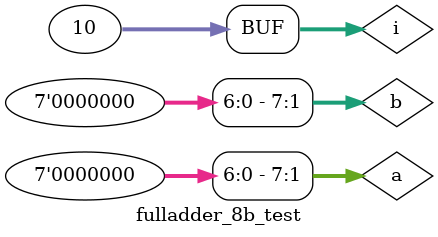
<source format=v>
module fulladder_8b_test;
reg [7:0] a, b;
wire [7:0] sum;
wire carry;
integer i;

fulladder_8b a0 (.a (a), .b (b), .carry (carry), .sum (sum));

initial begin
	a <= 0;
	b <= 0;
	
	//this section loops ten times to create random test cases

	for (i = 0; i < 10; i = i + 1) begin
		#10 a <= $random;
		    b <= $random;
	end
end
initial begin
	$monitor ("%t | a=%b | b=%b | sum=%b | carry=%b", $time, a, b, sum, carry);
	$dumpfile("fulladder_8b.vcd");
	$dumpvars();
	$display("\t\ttime");
end
endmodule

</source>
